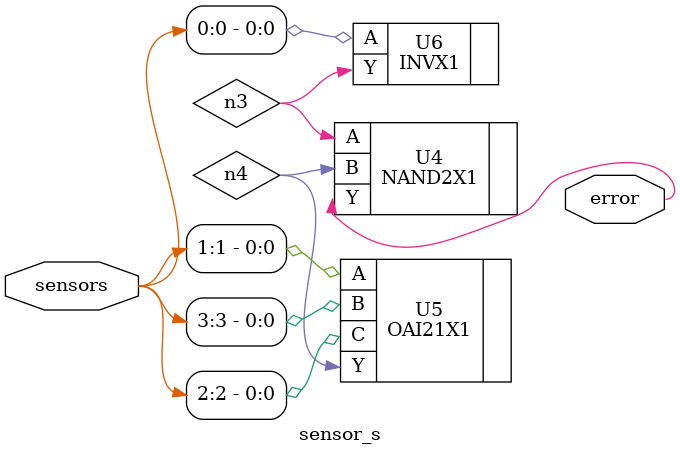
<source format=v>


module sensor_s ( sensors, error );
  input [3:0] sensors;
  output error;
  wire   n3, n4;

  NAND2X1 U4 ( .A(n3), .B(n4), .Y(error) );
  OAI21X1 U5 ( .A(sensors[1]), .B(sensors[3]), .C(sensors[2]), .Y(n4) );
  INVX1 U6 ( .A(sensors[0]), .Y(n3) );
endmodule


</source>
